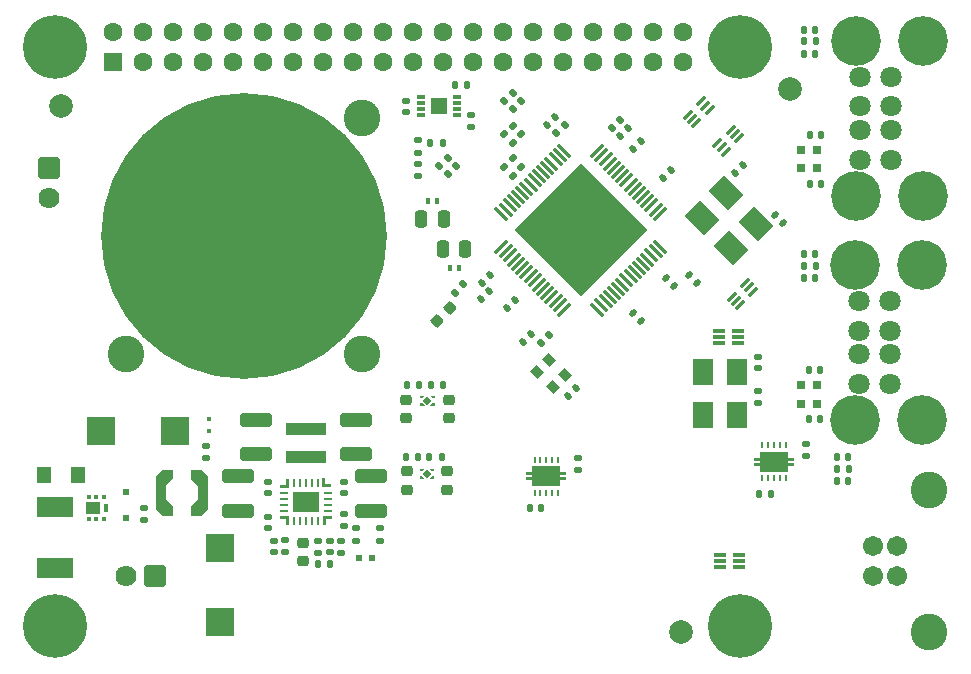
<source format=gbr>
%TF.GenerationSoftware,KiCad,Pcbnew,9.0.3*%
%TF.CreationDate,2025-07-26T10:45:52-05:00*%
%TF.ProjectId,1026 RPi Power Hat,31303236-2052-4506-9920-506f77657220,1.0.0*%
%TF.SameCoordinates,PX5f5e100PY8f0d180*%
%TF.FileFunction,Soldermask,Top*%
%TF.FilePolarity,Negative*%
%FSLAX46Y46*%
G04 Gerber Fmt 4.6, Leading zero omitted, Abs format (unit mm)*
G04 Created by KiCad (PCBNEW 9.0.3) date 2025-07-26 10:45:52*
%MOMM*%
%LPD*%
G01*
G04 APERTURE LIST*
G04 Aperture macros list*
%AMRoundRect*
0 Rectangle with rounded corners*
0 $1 Rounding radius*
0 $2 $3 $4 $5 $6 $7 $8 $9 X,Y pos of 4 corners*
0 Add a 4 corners polygon primitive as box body*
4,1,4,$2,$3,$4,$5,$6,$7,$8,$9,$2,$3,0*
0 Add four circle primitives for the rounded corners*
1,1,$1+$1,$2,$3*
1,1,$1+$1,$4,$5*
1,1,$1+$1,$6,$7*
1,1,$1+$1,$8,$9*
0 Add four rect primitives between the rounded corners*
20,1,$1+$1,$2,$3,$4,$5,0*
20,1,$1+$1,$4,$5,$6,$7,0*
20,1,$1+$1,$6,$7,$8,$9,0*
20,1,$1+$1,$8,$9,$2,$3,0*%
%AMRotRect*
0 Rectangle, with rotation*
0 The origin of the aperture is its center*
0 $1 length*
0 $2 width*
0 $3 Rotation angle, in degrees counterclockwise*
0 Add horizontal line*
21,1,$1,$2,0,0,$3*%
%AMFreePoly0*
4,1,21,-0.125000,1.200000,0.125000,1.200000,0.125000,1.700000,0.375000,1.700000,0.375000,1.200000,0.825000,1.200000,0.825000,-1.200000,0.375000,-1.200000,0.375000,-1.700000,0.125000,-1.700000,0.125000,-1.200000,-0.125000,-1.200000,-0.125000,-1.700000,-0.375000,-1.700000,-0.375000,-1.200000,-0.825000,-1.200000,-0.825000,1.200000,-0.375000,1.200000,-0.375000,1.700000,-0.125000,1.700000,
-0.125000,1.200000,-0.125000,1.200000,$1*%
%AMFreePoly1*
4,1,9,0.127000,-0.126997,0.635000,-0.126997,0.635000,-0.380997,0.127000,-0.380998,0.127000,-0.380999,-0.127000,-0.380999,-0.127000,0.381001,0.127000,0.381001,0.127000,-0.126997,0.127000,-0.126997,$1*%
%AMFreePoly2*
4,1,7,0.125811,-0.383999,-0.636189,-0.383997,-0.636189,-0.129997,-0.128189,-0.129997,-0.128189,0.378001,0.125811,0.378001,0.125811,-0.383999,0.125811,-0.383999,$1*%
%AMFreePoly3*
4,1,7,0.127000,-0.381000,-0.127000,-0.381000,-0.127000,0.126998,-0.635000,0.126998,-0.635000,0.381000,0.127000,0.381000,0.127000,-0.381000,0.127000,-0.381000,$1*%
%AMFreePoly4*
4,1,7,0.636189,0.383997,0.636189,0.129997,0.128189,0.129997,0.128189,-0.378001,-0.125811,-0.378001,-0.125811,0.383999,0.636189,0.383997,0.636189,0.383997,$1*%
%AMFreePoly5*
4,1,21,1.003536,1.703536,1.005000,1.700000,1.005000,0.925000,1.003536,0.921464,0.405000,0.322928,0.405000,-0.822928,1.003536,-1.421464,1.005000,-1.425000,1.005000,-2.200000,1.003536,-2.203536,1.000000,-2.205000,0.100000,-2.205000,0.096464,-2.203536,-0.453536,-1.653536,-0.455000,-1.650000,-0.455000,1.150000,-0.453536,1.153536,0.121544,1.703613,0.125000,1.705000,1.000000,1.705000,
1.003536,1.703536,1.003536,1.703536,$1*%
%AMFreePoly6*
4,1,22,1.003536,1.953536,1.005000,1.950000,1.005000,1.175000,1.003536,1.171464,0.405000,0.572928,0.405000,-0.572928,1.003536,-1.171464,1.005000,-1.175000,1.005000,-1.950000,1.003536,-1.953536,1.000000,-1.955000,0.125000,-1.955000,0.121544,-1.953613,-0.453456,-1.403613,-0.454999,-1.400111,-0.455000,-1.400000,-0.455000,1.400000,-0.453536,1.403536,0.096464,1.953536,0.100000,1.955000,
1.000000,1.955000,1.003536,1.953536,1.003536,1.953536,$1*%
G04 Aperture macros list end*
%ADD10C,0.000000*%
%ADD11RoundRect,0.135000X-0.135000X-0.185000X0.135000X-0.185000X0.135000X0.185000X-0.135000X0.185000X0*%
%ADD12RoundRect,0.135000X-0.185000X0.135000X-0.185000X-0.135000X0.185000X-0.135000X0.185000X0.135000X0*%
%ADD13RotRect,0.579999X0.579999X225.000000*%
%ADD14RoundRect,0.225000X-0.250000X0.225000X-0.250000X-0.225000X0.250000X-0.225000X0.250000X0.225000X0*%
%ADD15C,1.804000*%
%ADD16C,4.204000*%
%ADD17C,1.704000*%
%ADD18C,3.104000*%
%ADD19RoundRect,0.250000X-1.100000X0.325000X-1.100000X-0.325000X1.100000X-0.325000X1.100000X0.325000X0*%
%ADD20RoundRect,0.140000X-0.219203X-0.021213X-0.021213X-0.219203X0.219203X0.021213X0.021213X0.219203X0*%
%ADD21C,5.400000*%
%ADD22RoundRect,0.135000X0.185000X-0.135000X0.185000X0.135000X-0.185000X0.135000X-0.185000X-0.135000X0*%
%ADD23RoundRect,0.140000X-0.140000X-0.170000X0.140000X-0.170000X0.140000X0.170000X-0.140000X0.170000X0*%
%ADD24RoundRect,0.140000X0.170000X-0.140000X0.170000X0.140000X-0.170000X0.140000X-0.170000X-0.140000X0*%
%ADD25R,0.750000X0.300000*%
%ADD26R,1.350000X1.450000*%
%ADD27R,3.150000X1.780000*%
%ADD28RoundRect,0.140000X-0.170000X0.140000X-0.170000X-0.140000X0.170000X-0.140000X0.170000X0.140000X0*%
%ADD29RoundRect,0.135000X-0.226274X-0.035355X-0.035355X-0.226274X0.226274X0.035355X0.035355X0.226274X0*%
%ADD30RoundRect,0.225000X-0.017678X0.335876X-0.335876X0.017678X0.017678X-0.335876X0.335876X-0.017678X0*%
%ADD31RoundRect,0.140000X-0.021213X0.219203X-0.219203X0.021213X0.021213X-0.219203X0.219203X-0.021213X0*%
%ADD32R,0.990000X0.300000*%
%ADD33RoundRect,0.135000X0.135000X0.185000X-0.135000X0.185000X-0.135000X-0.185000X0.135000X-0.185000X0*%
%ADD34R,0.240000X0.600000*%
%ADD35FreePoly0,90.000000*%
%ADD36RotRect,1.800000X2.300000X225.000000*%
%ADD37RotRect,0.300000X0.990000X315.000000*%
%ADD38R,0.400000X0.500000*%
%ADD39RoundRect,0.250000X1.100000X-0.325000X1.100000X0.325000X-1.100000X0.325000X-1.100000X-0.325000X0*%
%ADD40R,0.600000X0.600000*%
%ADD41RoundRect,0.140000X0.021213X-0.219203X0.219203X-0.021213X-0.021213X0.219203X-0.219203X0.021213X0*%
%ADD42R,1.300000X1.400000*%
%ADD43RoundRect,0.135000X0.226274X0.035355X0.035355X0.226274X-0.226274X-0.035355X-0.035355X-0.226274X0*%
%ADD44RoundRect,0.250000X-0.250000X-0.475000X0.250000X-0.475000X0.250000X0.475000X-0.250000X0.475000X0*%
%ADD45RoundRect,0.135000X0.035355X-0.226274X0.226274X-0.035355X-0.035355X0.226274X-0.226274X0.035355X0*%
%ADD46RoundRect,0.102000X-0.787500X0.787500X-0.787500X-0.787500X0.787500X-0.787500X0.787500X0.787500X0*%
%ADD47C,1.779000*%
%ADD48R,2.430000X2.370000*%
%ADD49R,0.350000X0.430000*%
%ADD50R,1.250000X1.100000*%
%ADD51R,0.350000X0.660000*%
%ADD52RoundRect,0.102000X0.787500X0.787500X-0.787500X0.787500X-0.787500X-0.787500X0.787500X-0.787500X0*%
%ADD53C,2.000000*%
%ADD54RoundRect,0.135000X-0.035355X0.226274X-0.226274X0.035355X0.035355X-0.226274X0.226274X-0.035355X0*%
%ADD55RotRect,0.800000X0.900000X225.000000*%
%ADD56R,2.370000X2.430000*%
%ADD57R,1.800000X2.300000*%
%ADD58R,3.400000X0.980000*%
%ADD59FreePoly1,180.000000*%
%ADD60R,0.254000X0.762000*%
%ADD61FreePoly2,180.000000*%
%ADD62R,0.762000X0.254000*%
%ADD63FreePoly3,180.000000*%
%ADD64FreePoly4,180.000000*%
%ADD65R,2.209800X1.701800*%
%ADD66R,0.650000X0.700000*%
%ADD67C,3.100000*%
%ADD68C,24.200000*%
%ADD69R,0.460000X0.400000*%
%ADD70FreePoly5,0.000000*%
%ADD71FreePoly6,180.000000*%
%ADD72RoundRect,0.140000X0.219203X0.021213X0.021213X0.219203X-0.219203X-0.021213X-0.021213X-0.219203X0*%
%ADD73RotRect,0.280000X1.455000X45.000000*%
%ADD74RotRect,0.280000X1.455000X315.000000*%
%ADD75RotRect,7.980000X7.980000X315.000000*%
%ADD76RoundRect,0.102000X0.695000X0.695000X-0.695000X0.695000X-0.695000X-0.695000X0.695000X-0.695000X0*%
%ADD77C,1.594000*%
G04 APERTURE END LIST*
D10*
%TO.C,U3*%
G36*
X34750000Y16800003D02*
G01*
X34570006Y16620008D01*
X34390001Y16620008D01*
X34390001Y16830008D01*
X34750000Y16830008D01*
X34750000Y16800003D01*
G37*
G36*
X34750000Y16000009D02*
G01*
X34750000Y15970004D01*
X34390001Y15970004D01*
X34390001Y16180004D01*
X34570006Y16180004D01*
X34750000Y16000009D01*
G37*
G36*
X35609999Y16620008D02*
G01*
X35429994Y16620008D01*
X35250000Y16800003D01*
X35250000Y16830008D01*
X35609999Y16830008D01*
X35609999Y16620008D01*
G37*
G36*
X35609999Y15970004D02*
G01*
X35250000Y15970004D01*
X35250000Y16000009D01*
X35429994Y16180004D01*
X35609999Y16180004D01*
X35609999Y15970004D01*
G37*
%TO.C,U2*%
G36*
X34784998Y22975000D02*
G01*
X34605004Y22795005D01*
X34424999Y22795005D01*
X34424999Y23005005D01*
X34784998Y23005005D01*
X34784998Y22975000D01*
G37*
G36*
X34784998Y22175006D02*
G01*
X34784998Y22145001D01*
X34424999Y22145001D01*
X34424999Y22355001D01*
X34605004Y22355001D01*
X34784998Y22175006D01*
G37*
G36*
X35644997Y22795005D02*
G01*
X35464992Y22795005D01*
X35284998Y22975000D01*
X35284998Y23005005D01*
X35644997Y23005005D01*
X35644997Y22795005D01*
G37*
G36*
X35644997Y22145001D02*
G01*
X35284998Y22145001D01*
X35284998Y22175006D01*
X35464992Y22355001D01*
X35644997Y22355001D01*
X35644997Y22145001D01*
G37*
%TD*%
D11*
%TO.C,R11*%
X35309996Y23900006D03*
X36329996Y23900006D03*
%TD*%
D12*
%TO.C,R1*%
X11000000Y13510000D03*
X11000000Y12490000D03*
%TD*%
D13*
%TO.C,U3*%
X35000000Y16400006D03*
%TD*%
D14*
%TO.C,C14*%
X36819996Y22675006D03*
X36819996Y21125006D03*
%TD*%
D15*
%TO.C,J6*%
X71670000Y43000000D03*
X74290000Y43000000D03*
X71670000Y45500000D03*
X74290000Y45500000D03*
X71670000Y47500000D03*
X74290000Y47500000D03*
X71670000Y50000000D03*
X74290000Y50000000D03*
D16*
X77000000Y39930000D03*
X77000000Y53070000D03*
X71320000Y39930000D03*
X71320000Y53070000D03*
%TD*%
D17*
%TO.C,J4*%
X72790000Y10250000D03*
X72790000Y7750000D03*
X74790000Y7750000D03*
X74790000Y10250000D03*
D18*
X77500000Y2980000D03*
X77500000Y15020000D03*
%TD*%
D19*
%TO.C,C10*%
X20500000Y20975000D03*
X20500000Y18025000D03*
%TD*%
D20*
%TO.C,C20*%
X55260589Y32939411D03*
X55939411Y32260589D03*
%TD*%
D21*
%TO.C,H4*%
X61500000Y3500000D03*
%TD*%
D22*
%TO.C,R14*%
X34200000Y41590000D03*
X34200000Y42610000D03*
%TD*%
D23*
%TO.C,C32*%
X66920000Y33000000D03*
X67880000Y33000000D03*
%TD*%
D22*
%TO.C,R6*%
X25750000Y9720000D03*
X25750000Y10740000D03*
%TD*%
%TO.C,R2*%
X16250000Y17740000D03*
X16250000Y18760000D03*
%TD*%
D11*
%TO.C,R10*%
X33309996Y23900006D03*
X34329996Y23900006D03*
%TD*%
D21*
%TO.C,H1*%
X3500000Y52500000D03*
%TD*%
D24*
%TO.C,C5*%
X21500000Y14770000D03*
X21500000Y15730000D03*
%TD*%
D25*
%TO.C,U7*%
X34500000Y48250000D03*
X34500000Y47750000D03*
X34500000Y47250000D03*
X34500000Y46750000D03*
X37500000Y46750000D03*
X37500000Y47250000D03*
X37500000Y47750000D03*
X37500000Y48250000D03*
D26*
X36000000Y47500000D03*
%TD*%
D24*
%TO.C,C9*%
X22000000Y9770000D03*
X22000000Y10730000D03*
%TD*%
D23*
%TO.C,C31*%
X69720000Y17800000D03*
X70680000Y17800000D03*
%TD*%
D22*
%TO.C,R15*%
X34200000Y43590001D03*
X34200000Y44609999D03*
%TD*%
D27*
%TO.C,F1*%
X3500000Y8385000D03*
X3500000Y13615000D03*
%TD*%
D28*
%TO.C,C12*%
X26750000Y10730000D03*
X26750000Y9770000D03*
%TD*%
D23*
%TO.C,C34*%
X66920000Y51900000D03*
X67880000Y51900000D03*
%TD*%
D29*
%TO.C,R16*%
X42239376Y43110624D03*
X42960624Y42389376D03*
%TD*%
D30*
%TO.C,C36*%
X36948008Y30448008D03*
X35851992Y29351992D03*
%TD*%
D31*
%TO.C,C18*%
X42439411Y31139411D03*
X41760589Y30460589D03*
%TD*%
D32*
%TO.C,U9*%
X59695000Y28500000D03*
X59695000Y28000000D03*
X59695000Y27500000D03*
X61305000Y27500000D03*
X61305000Y28000000D03*
X61305000Y28500000D03*
%TD*%
D12*
%TO.C,R9*%
X31000000Y11760000D03*
X31000000Y10740000D03*
%TD*%
D33*
%TO.C,R18*%
X70710000Y16800000D03*
X69690000Y16800000D03*
%TD*%
D34*
%TO.C,U6*%
X44100000Y14800000D03*
X44600000Y14800000D03*
X45100000Y14800000D03*
X45600000Y14800000D03*
X46100000Y14800000D03*
X46100000Y17600000D03*
X45600000Y17600000D03*
X45100000Y17600000D03*
X44600000Y17600000D03*
X44100000Y17600000D03*
D35*
X45100000Y16200000D03*
%TD*%
D23*
%TO.C,C33*%
X66920000Y35000000D03*
X67880000Y35000000D03*
%TD*%
D36*
%TO.C,C46*%
X62825305Y37525305D03*
X60774695Y35474695D03*
%TD*%
D12*
%TO.C,R3*%
X28000000Y13010000D03*
X28000000Y11990000D03*
%TD*%
D11*
%TO.C,R7*%
X25740000Y8730000D03*
X26760000Y8730000D03*
%TD*%
D31*
%TO.C,C26*%
X40239411Y31839411D03*
X39560589Y31160589D03*
%TD*%
D37*
%TO.C,U11*%
X59577226Y44384332D03*
X59930779Y44030779D03*
X60284332Y43677226D03*
X61422774Y44815668D03*
X61069221Y45169221D03*
X60715668Y45522774D03*
%TD*%
D38*
%TO.C,FB1*%
X35050000Y39500000D03*
X35850000Y39500000D03*
%TD*%
D13*
%TO.C,U2*%
X35034998Y22575003D03*
%TD*%
D20*
%TO.C,C19*%
X52460589Y30039411D03*
X53139411Y29360589D03*
%TD*%
D39*
%TO.C,C3*%
X19000000Y13275000D03*
X19000000Y16225000D03*
%TD*%
D40*
%TO.C,D1*%
X9500000Y14850000D03*
X9500000Y12650000D03*
%TD*%
D19*
%TO.C,C11*%
X29000000Y20975000D03*
X29000000Y18025000D03*
%TD*%
D41*
%TO.C,C23*%
X52460589Y43860589D03*
X53139411Y44539411D03*
%TD*%
D24*
%TO.C,C6*%
X28000000Y14770000D03*
X28000000Y15730000D03*
%TD*%
D15*
%TO.C,J5*%
X71595300Y24000000D03*
X74215300Y24000000D03*
X71595300Y26500000D03*
X74215300Y26500000D03*
X71595300Y28500000D03*
X74215300Y28500000D03*
X71595300Y31000000D03*
X74215300Y31000000D03*
D16*
X76925300Y20930000D03*
X76925300Y34070000D03*
X71245300Y20930000D03*
X71245300Y34070000D03*
%TD*%
D42*
%TO.C,D3*%
X5450000Y16250000D03*
X2550000Y16250000D03*
%TD*%
D21*
%TO.C,H3*%
X3500000Y3500000D03*
%TD*%
D34*
%TO.C,U5*%
X63400000Y16000000D03*
X63900000Y16000000D03*
X64400000Y16000000D03*
X64900000Y16000000D03*
X65400000Y16000000D03*
X65400000Y18800000D03*
X64900000Y18800000D03*
X64400000Y18800000D03*
X63900000Y18800000D03*
X63400000Y18800000D03*
D35*
X64400000Y17400000D03*
%TD*%
D28*
%TO.C,C39*%
X63000000Y23380000D03*
X63000000Y22420000D03*
%TD*%
D43*
%TO.C,R21*%
X42260624Y44439376D03*
X41539376Y45160624D03*
%TD*%
D37*
%TO.C,U12*%
X57077226Y46784332D03*
X57430779Y46430779D03*
X57784332Y46077226D03*
X58922774Y47215668D03*
X58569221Y47569221D03*
X58215668Y47922774D03*
%TD*%
D22*
%TO.C,R8*%
X27750000Y9720000D03*
X27750000Y10740000D03*
%TD*%
D44*
%TO.C,C29*%
X34500000Y37950000D03*
X36400000Y37950000D03*
%TD*%
D11*
%TO.C,R12*%
X33205002Y17825003D03*
X34225002Y17825003D03*
%TD*%
D33*
%TO.C,R19*%
X67910000Y34000000D03*
X66890000Y34000000D03*
%TD*%
D45*
%TO.C,R24*%
X50639376Y45639376D03*
X51360624Y46360624D03*
%TD*%
D46*
%TO.C,J2*%
X2975000Y42250000D03*
D47*
X2975000Y39750000D03*
%TD*%
D20*
%TO.C,C28*%
X57160589Y33189411D03*
X57839411Y32510589D03*
%TD*%
D12*
%TO.C,R33*%
X47800000Y17710000D03*
X47800000Y16690000D03*
%TD*%
D48*
%TO.C,C2*%
X17500000Y10120000D03*
X17500000Y3880000D03*
%TD*%
D49*
%TO.C,Q1*%
X6350000Y12565000D03*
X7000000Y12565000D03*
X7650000Y12565000D03*
X7650000Y14435000D03*
X7000000Y14435000D03*
X6350000Y14435000D03*
D50*
X6715000Y13500000D03*
D51*
X7775000Y13500000D03*
%TD*%
D32*
%TO.C,U8*%
X59795000Y9500000D03*
X59795000Y9000000D03*
X59795000Y8500000D03*
X61405000Y8500000D03*
X61405000Y9000000D03*
X61405000Y9500000D03*
%TD*%
D28*
%TO.C,C8*%
X21500000Y12730000D03*
X21500000Y11770000D03*
%TD*%
D12*
%TO.C,R28*%
X67090000Y18910000D03*
X67090000Y17890000D03*
%TD*%
D52*
%TO.C,J1*%
X11987500Y7719250D03*
D47*
X9487500Y7719250D03*
%TD*%
D23*
%TO.C,C30*%
X69720000Y15800000D03*
X70680000Y15800000D03*
%TD*%
D11*
%TO.C,R13*%
X35205002Y17825003D03*
X36225002Y17825003D03*
%TD*%
D23*
%TO.C,C42*%
X43720000Y13500000D03*
X44680000Y13500000D03*
%TD*%
D31*
%TO.C,C17*%
X40339411Y33239411D03*
X39660589Y32560589D03*
%TD*%
D23*
%TO.C,C48*%
X67320000Y25200000D03*
X68280000Y25200000D03*
%TD*%
D29*
%TO.C,R17*%
X41539376Y42360624D03*
X42260624Y41639376D03*
%TD*%
D53*
%TO.C,FID2*%
X4000000Y47500000D03*
%TD*%
D54*
%TO.C,R29*%
X36760624Y43160624D03*
X36039376Y42439376D03*
%TD*%
D12*
%TO.C,R4*%
X29000000Y11760000D03*
X29000000Y10740000D03*
%TD*%
D14*
%TO.C,C16*%
X36715002Y16600003D03*
X36715002Y15050003D03*
%TD*%
D45*
%TO.C,R32*%
X42239376Y47239376D03*
X42960624Y47960624D03*
%TD*%
%TO.C,R23*%
X45939376Y45239376D03*
X46660624Y45960624D03*
%TD*%
D23*
%TO.C,C50*%
X67420000Y45100000D03*
X68380000Y45100000D03*
%TD*%
D24*
%TO.C,C52*%
X33250000Y47020000D03*
X33250000Y47980000D03*
%TD*%
D55*
%TO.C,Y1*%
X46666726Y24758579D03*
X45358579Y26066726D03*
X44333274Y25041421D03*
X45641421Y23733274D03*
%TD*%
D56*
%TO.C,C1*%
X13620000Y20000000D03*
X7380000Y20000000D03*
%TD*%
D57*
%TO.C,C41*%
X61250000Y21400000D03*
X58350000Y21400000D03*
%TD*%
D58*
%TO.C,L2*%
X24750000Y17815000D03*
X24750000Y20185000D03*
%TD*%
D23*
%TO.C,C37*%
X63120000Y14700000D03*
X64080000Y14700000D03*
%TD*%
D59*
%TO.C,U1*%
X23249622Y12425000D03*
D60*
X23749748Y12424999D03*
X24249874Y12424999D03*
X24750000Y12424999D03*
X25250126Y12424999D03*
X25750252Y12424999D03*
D61*
X26249189Y12422000D03*
D62*
X26575000Y13249811D03*
X26575000Y13749937D03*
X26575000Y14250063D03*
X26575000Y14750189D03*
D63*
X26250378Y15575001D03*
D60*
X25750252Y15575001D03*
X25250126Y15575001D03*
X24750000Y15575001D03*
X24249874Y15575001D03*
X23749748Y15575001D03*
D64*
X23250811Y15578000D03*
D62*
X22925000Y14750189D03*
X22925000Y14250063D03*
X22925000Y13749937D03*
X22925000Y13249811D03*
D65*
X24750000Y14000000D03*
%TD*%
D66*
%TO.C,FB3*%
X66625000Y22300000D03*
X67975000Y22300000D03*
%TD*%
D39*
%TO.C,C4*%
X30250000Y13275000D03*
X30250000Y16225000D03*
%TD*%
D67*
%TO.C,M1*%
X29500000Y26500000D03*
X29500000Y46500000D03*
D68*
X19500000Y36500000D03*
D67*
X9500000Y26500000D03*
%TD*%
D33*
%TO.C,R20*%
X67910000Y53000000D03*
X66890000Y53000000D03*
%TD*%
D23*
%TO.C,C51*%
X67420000Y40950000D03*
X68380000Y40950000D03*
%TD*%
D54*
%TO.C,R30*%
X37460624Y42460624D03*
X36739376Y41739376D03*
%TD*%
D69*
%TO.C,D2*%
X16500000Y21000000D03*
X16500000Y20000000D03*
%TD*%
D43*
%TO.C,R22*%
X42960624Y45139376D03*
X42239376Y45860624D03*
%TD*%
D44*
%TO.C,C21*%
X36350000Y35400000D03*
X38250000Y35400000D03*
%TD*%
D66*
%TO.C,FB6*%
X66625000Y43800000D03*
X67975000Y43800000D03*
%TD*%
D70*
%TO.C,L1*%
X12500000Y15000000D03*
D71*
X16000000Y14750000D03*
%TD*%
D23*
%TO.C,C49*%
X67320000Y21000000D03*
X68280000Y21000000D03*
%TD*%
D12*
%TO.C,R35*%
X38700000Y46810000D03*
X38700000Y45790000D03*
%TD*%
D72*
%TO.C,C45*%
X65139411Y37660589D03*
X64460589Y38339411D03*
%TD*%
D45*
%TO.C,R31*%
X41539376Y47939376D03*
X42260624Y48660624D03*
%TD*%
D36*
%TO.C,C44*%
X60325305Y40125305D03*
X58274695Y38074695D03*
%TD*%
D21*
%TO.C,H2*%
X61500000Y52500000D03*
%TD*%
D14*
%TO.C,C15*%
X33284998Y16600005D03*
X33284998Y15050005D03*
%TD*%
D11*
%TO.C,R27*%
X35290000Y44400000D03*
X36310000Y44400000D03*
%TD*%
D57*
%TO.C,C40*%
X61250000Y25000000D03*
X58350000Y25000000D03*
%TD*%
D38*
%TO.C,FB2*%
X36900000Y33800000D03*
X37700000Y33800000D03*
%TD*%
D14*
%TO.C,C7*%
X24500000Y10525000D03*
X24500000Y8975000D03*
%TD*%
D37*
%TO.C,U10*%
X60777226Y31384332D03*
X61130779Y31030779D03*
X61484332Y30677226D03*
X62622774Y31815668D03*
X62269221Y32169221D03*
X61915668Y32522774D03*
%TD*%
D66*
%TO.C,FB5*%
X66625000Y42250000D03*
X67975000Y42250000D03*
%TD*%
D28*
%TO.C,C38*%
X63000000Y26280000D03*
X63000000Y25320000D03*
%TD*%
D41*
%TO.C,C25*%
X45160589Y45960589D03*
X45839411Y46639411D03*
%TD*%
%TO.C,C47*%
X46960589Y22960589D03*
X47639411Y23639411D03*
%TD*%
D45*
%TO.C,R25*%
X44639376Y27439376D03*
X45360624Y28160624D03*
%TD*%
D41*
%TO.C,C24*%
X51360589Y44960589D03*
X52039411Y45639411D03*
%TD*%
D66*
%TO.C,FB4*%
X66625000Y23900000D03*
X67975000Y23900000D03*
%TD*%
D31*
%TO.C,C27*%
X43839411Y28239411D03*
X43160589Y27560589D03*
%TD*%
D45*
%TO.C,R26*%
X37339376Y31739376D03*
X38060624Y32460624D03*
%TD*%
D14*
%TO.C,C13*%
X33250000Y22675006D03*
X33250000Y21125006D03*
%TD*%
D53*
%TO.C,FID1*%
X65750000Y49000000D03*
%TD*%
D40*
%TO.C,D4*%
X29200000Y9250000D03*
X30300000Y9250000D03*
%TD*%
D33*
%TO.C,R34*%
X38410000Y49300000D03*
X37390000Y49300000D03*
%TD*%
D73*
%TO.C,U4*%
X46594272Y43709029D03*
X46240718Y43355476D03*
X45887165Y43001922D03*
X45533612Y42648369D03*
X45180058Y42294816D03*
X44826505Y41941262D03*
X44472951Y41587709D03*
X44119398Y41234155D03*
X43765845Y40880602D03*
X43412291Y40527049D03*
X43058738Y40173495D03*
X42705184Y39819942D03*
X42351631Y39466388D03*
X41998078Y39112835D03*
X41644524Y38759282D03*
X41290971Y38405728D03*
D74*
X41290971Y35594272D03*
X41644524Y35240718D03*
X41998078Y34887165D03*
X42351631Y34533612D03*
X42705184Y34180058D03*
X43058738Y33826505D03*
X43412291Y33472951D03*
X43765845Y33119398D03*
X44119398Y32765845D03*
X44472951Y32412291D03*
X44826505Y32058738D03*
X45180058Y31705184D03*
X45533612Y31351631D03*
X45887165Y30998078D03*
X46240718Y30644524D03*
X46594272Y30290971D03*
D73*
X49405728Y30290971D03*
X49759282Y30644524D03*
X50112835Y30998078D03*
X50466388Y31351631D03*
X50819942Y31705184D03*
X51173495Y32058738D03*
X51527049Y32412291D03*
X51880602Y32765845D03*
X52234155Y33119398D03*
X52587709Y33472951D03*
X52941262Y33826505D03*
X53294816Y34180058D03*
X53648369Y34533612D03*
X54001922Y34887165D03*
X54355476Y35240718D03*
X54709029Y35594272D03*
D74*
X54709029Y38405728D03*
X54355476Y38759282D03*
X54001922Y39112835D03*
X53648369Y39466388D03*
X53294816Y39819942D03*
X52941262Y40173495D03*
X52587709Y40527049D03*
X52234155Y40880602D03*
X51880602Y41234155D03*
X51527049Y41587709D03*
X51173495Y41941262D03*
X50819942Y42294816D03*
X50466388Y42648369D03*
X50112835Y43001922D03*
X49759282Y43355476D03*
X49405728Y43709029D03*
D75*
X48000000Y37000000D03*
%TD*%
D53*
%TO.C,FID3*%
X56500000Y3000000D03*
%TD*%
D41*
%TO.C,C22*%
X54960589Y41460589D03*
X55639411Y42139411D03*
%TD*%
D31*
%TO.C,C43*%
X61739411Y42539411D03*
X61060589Y41860589D03*
%TD*%
D23*
%TO.C,C35*%
X66920000Y54000000D03*
X67880000Y54000000D03*
%TD*%
D12*
%TO.C,R5*%
X23000000Y10760000D03*
X23000000Y9740000D03*
%TD*%
D76*
%TO.C,J3*%
X8370000Y51230000D03*
D77*
X8370000Y53770000D03*
X10910000Y51230000D03*
X10910000Y53770000D03*
X13450000Y51230000D03*
X13450000Y53770000D03*
X15990000Y51230000D03*
X15990000Y53770000D03*
X18530000Y51230000D03*
X18530000Y53770000D03*
X21070000Y51230000D03*
X21070000Y53770000D03*
X23610000Y51230000D03*
X23610000Y53770000D03*
X26150000Y51230000D03*
X26150000Y53770000D03*
X28690000Y51230000D03*
X28690000Y53770000D03*
X31230000Y51230000D03*
X31230000Y53770000D03*
X33770000Y51230000D03*
X33770000Y53770000D03*
X36310000Y51230000D03*
X36310000Y53770000D03*
X38850000Y51230000D03*
X38850000Y53770000D03*
X41390000Y51230000D03*
X41390000Y53770000D03*
X43930000Y51230000D03*
X43930000Y53770000D03*
X46470000Y51230000D03*
X46470000Y53770000D03*
X49010000Y51230000D03*
X49010000Y53770000D03*
X51550000Y51230000D03*
X51550000Y53770000D03*
X54090000Y51230000D03*
X54090000Y53770000D03*
X56630000Y51230000D03*
X56630000Y53770000D03*
%TD*%
M02*

</source>
